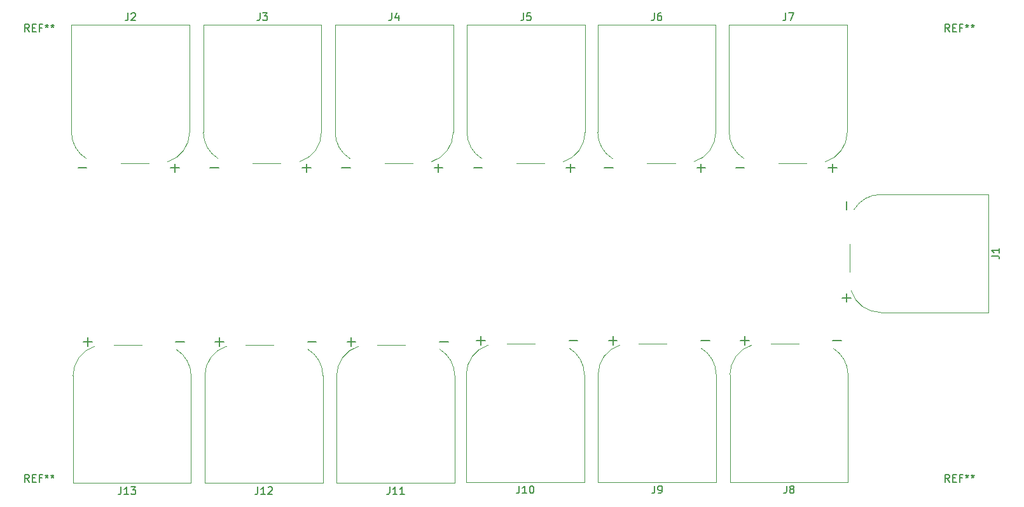
<source format=gbr>
%TF.GenerationSoftware,KiCad,Pcbnew,8.0.6*%
%TF.CreationDate,2025-03-13T21:17:34-04:00*%
%TF.ProjectId,XT60ConnectorBoard,58543630-436f-46e6-9e65-63746f72426f,rev?*%
%TF.SameCoordinates,Original*%
%TF.FileFunction,Legend,Top*%
%TF.FilePolarity,Positive*%
%FSLAX46Y46*%
G04 Gerber Fmt 4.6, Leading zero omitted, Abs format (unit mm)*
G04 Created by KiCad (PCBNEW 8.0.6) date 2025-03-13 21:17:34*
%MOMM*%
%LPD*%
G01*
G04 APERTURE LIST*
%ADD10C,0.150000*%
%ADD11C,0.120000*%
G04 APERTURE END LIST*
D10*
X71166666Y-54454819D02*
X70833333Y-53978628D01*
X70595238Y-54454819D02*
X70595238Y-53454819D01*
X70595238Y-53454819D02*
X70976190Y-53454819D01*
X70976190Y-53454819D02*
X71071428Y-53502438D01*
X71071428Y-53502438D02*
X71119047Y-53550057D01*
X71119047Y-53550057D02*
X71166666Y-53645295D01*
X71166666Y-53645295D02*
X71166666Y-53788152D01*
X71166666Y-53788152D02*
X71119047Y-53883390D01*
X71119047Y-53883390D02*
X71071428Y-53931009D01*
X71071428Y-53931009D02*
X70976190Y-53978628D01*
X70976190Y-53978628D02*
X70595238Y-53978628D01*
X71595238Y-53931009D02*
X71928571Y-53931009D01*
X72071428Y-54454819D02*
X71595238Y-54454819D01*
X71595238Y-54454819D02*
X71595238Y-53454819D01*
X71595238Y-53454819D02*
X72071428Y-53454819D01*
X72833333Y-53931009D02*
X72500000Y-53931009D01*
X72500000Y-54454819D02*
X72500000Y-53454819D01*
X72500000Y-53454819D02*
X72976190Y-53454819D01*
X73500000Y-53454819D02*
X73500000Y-53692914D01*
X73261905Y-53597676D02*
X73500000Y-53692914D01*
X73500000Y-53692914D02*
X73738095Y-53597676D01*
X73357143Y-53883390D02*
X73500000Y-53692914D01*
X73500000Y-53692914D02*
X73642857Y-53883390D01*
X74261905Y-53454819D02*
X74261905Y-53692914D01*
X74023810Y-53597676D02*
X74261905Y-53692914D01*
X74261905Y-53692914D02*
X74500000Y-53597676D01*
X74119048Y-53883390D02*
X74261905Y-53692914D01*
X74261905Y-53692914D02*
X74404762Y-53883390D01*
X101590476Y-115104819D02*
X101590476Y-115819104D01*
X101590476Y-115819104D02*
X101542857Y-115961961D01*
X101542857Y-115961961D02*
X101447619Y-116057200D01*
X101447619Y-116057200D02*
X101304762Y-116104819D01*
X101304762Y-116104819D02*
X101209524Y-116104819D01*
X102590476Y-116104819D02*
X102019048Y-116104819D01*
X102304762Y-116104819D02*
X102304762Y-115104819D01*
X102304762Y-115104819D02*
X102209524Y-115247676D01*
X102209524Y-115247676D02*
X102114286Y-115342914D01*
X102114286Y-115342914D02*
X102019048Y-115390533D01*
X102971429Y-115200057D02*
X103019048Y-115152438D01*
X103019048Y-115152438D02*
X103114286Y-115104819D01*
X103114286Y-115104819D02*
X103352381Y-115104819D01*
X103352381Y-115104819D02*
X103447619Y-115152438D01*
X103447619Y-115152438D02*
X103495238Y-115200057D01*
X103495238Y-115200057D02*
X103542857Y-115295295D01*
X103542857Y-115295295D02*
X103542857Y-115390533D01*
X103542857Y-115390533D02*
X103495238Y-115533390D01*
X103495238Y-115533390D02*
X102923810Y-116104819D01*
X102923810Y-116104819D02*
X103542857Y-116104819D01*
X108228571Y-95764700D02*
X109371429Y-95764700D01*
X95928571Y-95764700D02*
X97071429Y-95764700D01*
X96500000Y-96336128D02*
X96500000Y-95193271D01*
X193666666Y-114454819D02*
X193333333Y-113978628D01*
X193095238Y-114454819D02*
X193095238Y-113454819D01*
X193095238Y-113454819D02*
X193476190Y-113454819D01*
X193476190Y-113454819D02*
X193571428Y-113502438D01*
X193571428Y-113502438D02*
X193619047Y-113550057D01*
X193619047Y-113550057D02*
X193666666Y-113645295D01*
X193666666Y-113645295D02*
X193666666Y-113788152D01*
X193666666Y-113788152D02*
X193619047Y-113883390D01*
X193619047Y-113883390D02*
X193571428Y-113931009D01*
X193571428Y-113931009D02*
X193476190Y-113978628D01*
X193476190Y-113978628D02*
X193095238Y-113978628D01*
X194095238Y-113931009D02*
X194428571Y-113931009D01*
X194571428Y-114454819D02*
X194095238Y-114454819D01*
X194095238Y-114454819D02*
X194095238Y-113454819D01*
X194095238Y-113454819D02*
X194571428Y-113454819D01*
X195333333Y-113931009D02*
X195000000Y-113931009D01*
X195000000Y-114454819D02*
X195000000Y-113454819D01*
X195000000Y-113454819D02*
X195476190Y-113454819D01*
X196000000Y-113454819D02*
X196000000Y-113692914D01*
X195761905Y-113597676D02*
X196000000Y-113692914D01*
X196000000Y-113692914D02*
X196238095Y-113597676D01*
X195857143Y-113883390D02*
X196000000Y-113692914D01*
X196000000Y-113692914D02*
X196142857Y-113883390D01*
X196761905Y-113454819D02*
X196761905Y-113692914D01*
X196523810Y-113597676D02*
X196761905Y-113692914D01*
X196761905Y-113692914D02*
X197000000Y-113597676D01*
X196619048Y-113883390D02*
X196761905Y-113692914D01*
X196761905Y-113692914D02*
X196904762Y-113883390D01*
X171966666Y-114954819D02*
X171966666Y-115669104D01*
X171966666Y-115669104D02*
X171919047Y-115811961D01*
X171919047Y-115811961D02*
X171823809Y-115907200D01*
X171823809Y-115907200D02*
X171680952Y-115954819D01*
X171680952Y-115954819D02*
X171585714Y-115954819D01*
X172585714Y-115383390D02*
X172490476Y-115335771D01*
X172490476Y-115335771D02*
X172442857Y-115288152D01*
X172442857Y-115288152D02*
X172395238Y-115192914D01*
X172395238Y-115192914D02*
X172395238Y-115145295D01*
X172395238Y-115145295D02*
X172442857Y-115050057D01*
X172442857Y-115050057D02*
X172490476Y-115002438D01*
X172490476Y-115002438D02*
X172585714Y-114954819D01*
X172585714Y-114954819D02*
X172776190Y-114954819D01*
X172776190Y-114954819D02*
X172871428Y-115002438D01*
X172871428Y-115002438D02*
X172919047Y-115050057D01*
X172919047Y-115050057D02*
X172966666Y-115145295D01*
X172966666Y-115145295D02*
X172966666Y-115192914D01*
X172966666Y-115192914D02*
X172919047Y-115288152D01*
X172919047Y-115288152D02*
X172871428Y-115335771D01*
X172871428Y-115335771D02*
X172776190Y-115383390D01*
X172776190Y-115383390D02*
X172585714Y-115383390D01*
X172585714Y-115383390D02*
X172490476Y-115431009D01*
X172490476Y-115431009D02*
X172442857Y-115478628D01*
X172442857Y-115478628D02*
X172395238Y-115573866D01*
X172395238Y-115573866D02*
X172395238Y-115764342D01*
X172395238Y-115764342D02*
X172442857Y-115859580D01*
X172442857Y-115859580D02*
X172490476Y-115907200D01*
X172490476Y-115907200D02*
X172585714Y-115954819D01*
X172585714Y-115954819D02*
X172776190Y-115954819D01*
X172776190Y-115954819D02*
X172871428Y-115907200D01*
X172871428Y-115907200D02*
X172919047Y-115859580D01*
X172919047Y-115859580D02*
X172966666Y-115764342D01*
X172966666Y-115764342D02*
X172966666Y-115573866D01*
X172966666Y-115573866D02*
X172919047Y-115478628D01*
X172919047Y-115478628D02*
X172871428Y-115431009D01*
X172871428Y-115431009D02*
X172776190Y-115383390D01*
X178128571Y-95614700D02*
X179271429Y-95614700D01*
X165828571Y-95614700D02*
X166971429Y-95614700D01*
X166400000Y-96186128D02*
X166400000Y-95043271D01*
X199304819Y-84333333D02*
X200019104Y-84333333D01*
X200019104Y-84333333D02*
X200161961Y-84380952D01*
X200161961Y-84380952D02*
X200257200Y-84476190D01*
X200257200Y-84476190D02*
X200304819Y-84619047D01*
X200304819Y-84619047D02*
X200304819Y-84714285D01*
X200304819Y-83333333D02*
X200304819Y-83904761D01*
X200304819Y-83619047D02*
X199304819Y-83619047D01*
X199304819Y-83619047D02*
X199447676Y-83714285D01*
X199447676Y-83714285D02*
X199542914Y-83809523D01*
X199542914Y-83809523D02*
X199590533Y-83904761D01*
X179964700Y-90471428D02*
X179964700Y-89328571D01*
X180536128Y-89899999D02*
X179393271Y-89899999D01*
X179964700Y-78171428D02*
X179964700Y-77028571D01*
X83390476Y-115104819D02*
X83390476Y-115819104D01*
X83390476Y-115819104D02*
X83342857Y-115961961D01*
X83342857Y-115961961D02*
X83247619Y-116057200D01*
X83247619Y-116057200D02*
X83104762Y-116104819D01*
X83104762Y-116104819D02*
X83009524Y-116104819D01*
X84390476Y-116104819D02*
X83819048Y-116104819D01*
X84104762Y-116104819D02*
X84104762Y-115104819D01*
X84104762Y-115104819D02*
X84009524Y-115247676D01*
X84009524Y-115247676D02*
X83914286Y-115342914D01*
X83914286Y-115342914D02*
X83819048Y-115390533D01*
X84723810Y-115104819D02*
X85342857Y-115104819D01*
X85342857Y-115104819D02*
X85009524Y-115485771D01*
X85009524Y-115485771D02*
X85152381Y-115485771D01*
X85152381Y-115485771D02*
X85247619Y-115533390D01*
X85247619Y-115533390D02*
X85295238Y-115581009D01*
X85295238Y-115581009D02*
X85342857Y-115676247D01*
X85342857Y-115676247D02*
X85342857Y-115914342D01*
X85342857Y-115914342D02*
X85295238Y-116009580D01*
X85295238Y-116009580D02*
X85247619Y-116057200D01*
X85247619Y-116057200D02*
X85152381Y-116104819D01*
X85152381Y-116104819D02*
X84866667Y-116104819D01*
X84866667Y-116104819D02*
X84771429Y-116057200D01*
X84771429Y-116057200D02*
X84723810Y-116009580D01*
X90678571Y-95764700D02*
X91821429Y-95764700D01*
X78378571Y-95764700D02*
X79521429Y-95764700D01*
X78950000Y-96336128D02*
X78950000Y-95193271D01*
X71166666Y-114454819D02*
X70833333Y-113978628D01*
X70595238Y-114454819D02*
X70595238Y-113454819D01*
X70595238Y-113454819D02*
X70976190Y-113454819D01*
X70976190Y-113454819D02*
X71071428Y-113502438D01*
X71071428Y-113502438D02*
X71119047Y-113550057D01*
X71119047Y-113550057D02*
X71166666Y-113645295D01*
X71166666Y-113645295D02*
X71166666Y-113788152D01*
X71166666Y-113788152D02*
X71119047Y-113883390D01*
X71119047Y-113883390D02*
X71071428Y-113931009D01*
X71071428Y-113931009D02*
X70976190Y-113978628D01*
X70976190Y-113978628D02*
X70595238Y-113978628D01*
X71595238Y-113931009D02*
X71928571Y-113931009D01*
X72071428Y-114454819D02*
X71595238Y-114454819D01*
X71595238Y-114454819D02*
X71595238Y-113454819D01*
X71595238Y-113454819D02*
X72071428Y-113454819D01*
X72833333Y-113931009D02*
X72500000Y-113931009D01*
X72500000Y-114454819D02*
X72500000Y-113454819D01*
X72500000Y-113454819D02*
X72976190Y-113454819D01*
X73500000Y-113454819D02*
X73500000Y-113692914D01*
X73261905Y-113597676D02*
X73500000Y-113692914D01*
X73500000Y-113692914D02*
X73738095Y-113597676D01*
X73357143Y-113883390D02*
X73500000Y-113692914D01*
X73500000Y-113692914D02*
X73642857Y-113883390D01*
X74261905Y-113454819D02*
X74261905Y-113692914D01*
X74023810Y-113597676D02*
X74261905Y-113692914D01*
X74261905Y-113692914D02*
X74500000Y-113597676D01*
X74119048Y-113883390D02*
X74261905Y-113692914D01*
X74261905Y-113692914D02*
X74404762Y-113883390D01*
X154416666Y-114954819D02*
X154416666Y-115669104D01*
X154416666Y-115669104D02*
X154369047Y-115811961D01*
X154369047Y-115811961D02*
X154273809Y-115907200D01*
X154273809Y-115907200D02*
X154130952Y-115954819D01*
X154130952Y-115954819D02*
X154035714Y-115954819D01*
X154940476Y-115954819D02*
X155130952Y-115954819D01*
X155130952Y-115954819D02*
X155226190Y-115907200D01*
X155226190Y-115907200D02*
X155273809Y-115859580D01*
X155273809Y-115859580D02*
X155369047Y-115716723D01*
X155369047Y-115716723D02*
X155416666Y-115526247D01*
X155416666Y-115526247D02*
X155416666Y-115145295D01*
X155416666Y-115145295D02*
X155369047Y-115050057D01*
X155369047Y-115050057D02*
X155321428Y-115002438D01*
X155321428Y-115002438D02*
X155226190Y-114954819D01*
X155226190Y-114954819D02*
X155035714Y-114954819D01*
X155035714Y-114954819D02*
X154940476Y-115002438D01*
X154940476Y-115002438D02*
X154892857Y-115050057D01*
X154892857Y-115050057D02*
X154845238Y-115145295D01*
X154845238Y-115145295D02*
X154845238Y-115383390D01*
X154845238Y-115383390D02*
X154892857Y-115478628D01*
X154892857Y-115478628D02*
X154940476Y-115526247D01*
X154940476Y-115526247D02*
X155035714Y-115573866D01*
X155035714Y-115573866D02*
X155226190Y-115573866D01*
X155226190Y-115573866D02*
X155321428Y-115526247D01*
X155321428Y-115526247D02*
X155369047Y-115478628D01*
X155369047Y-115478628D02*
X155416666Y-115383390D01*
X160578571Y-95614700D02*
X161721429Y-95614700D01*
X148278571Y-95614700D02*
X149421429Y-95614700D01*
X148850000Y-96186128D02*
X148850000Y-95043271D01*
X84316666Y-51954819D02*
X84316666Y-52669104D01*
X84316666Y-52669104D02*
X84269047Y-52811961D01*
X84269047Y-52811961D02*
X84173809Y-52907200D01*
X84173809Y-52907200D02*
X84030952Y-52954819D01*
X84030952Y-52954819D02*
X83935714Y-52954819D01*
X84745238Y-52050057D02*
X84792857Y-52002438D01*
X84792857Y-52002438D02*
X84888095Y-51954819D01*
X84888095Y-51954819D02*
X85126190Y-51954819D01*
X85126190Y-51954819D02*
X85221428Y-52002438D01*
X85221428Y-52002438D02*
X85269047Y-52050057D01*
X85269047Y-52050057D02*
X85316666Y-52145295D01*
X85316666Y-52145295D02*
X85316666Y-52240533D01*
X85316666Y-52240533D02*
X85269047Y-52383390D01*
X85269047Y-52383390D02*
X84697619Y-52954819D01*
X84697619Y-52954819D02*
X85316666Y-52954819D01*
X77678571Y-72614700D02*
X78821429Y-72614700D01*
X89978571Y-72614700D02*
X91121429Y-72614700D01*
X90550000Y-73186128D02*
X90550000Y-72043271D01*
X154366666Y-51954819D02*
X154366666Y-52669104D01*
X154366666Y-52669104D02*
X154319047Y-52811961D01*
X154319047Y-52811961D02*
X154223809Y-52907200D01*
X154223809Y-52907200D02*
X154080952Y-52954819D01*
X154080952Y-52954819D02*
X153985714Y-52954819D01*
X155271428Y-51954819D02*
X155080952Y-51954819D01*
X155080952Y-51954819D02*
X154985714Y-52002438D01*
X154985714Y-52002438D02*
X154938095Y-52050057D01*
X154938095Y-52050057D02*
X154842857Y-52192914D01*
X154842857Y-52192914D02*
X154795238Y-52383390D01*
X154795238Y-52383390D02*
X154795238Y-52764342D01*
X154795238Y-52764342D02*
X154842857Y-52859580D01*
X154842857Y-52859580D02*
X154890476Y-52907200D01*
X154890476Y-52907200D02*
X154985714Y-52954819D01*
X154985714Y-52954819D02*
X155176190Y-52954819D01*
X155176190Y-52954819D02*
X155271428Y-52907200D01*
X155271428Y-52907200D02*
X155319047Y-52859580D01*
X155319047Y-52859580D02*
X155366666Y-52764342D01*
X155366666Y-52764342D02*
X155366666Y-52526247D01*
X155366666Y-52526247D02*
X155319047Y-52431009D01*
X155319047Y-52431009D02*
X155271428Y-52383390D01*
X155271428Y-52383390D02*
X155176190Y-52335771D01*
X155176190Y-52335771D02*
X154985714Y-52335771D01*
X154985714Y-52335771D02*
X154890476Y-52383390D01*
X154890476Y-52383390D02*
X154842857Y-52431009D01*
X154842857Y-52431009D02*
X154795238Y-52526247D01*
X147728571Y-72614700D02*
X148871429Y-72614700D01*
X160028571Y-72614700D02*
X161171429Y-72614700D01*
X160600000Y-73186128D02*
X160600000Y-72043271D01*
X136390476Y-114954819D02*
X136390476Y-115669104D01*
X136390476Y-115669104D02*
X136342857Y-115811961D01*
X136342857Y-115811961D02*
X136247619Y-115907200D01*
X136247619Y-115907200D02*
X136104762Y-115954819D01*
X136104762Y-115954819D02*
X136009524Y-115954819D01*
X137390476Y-115954819D02*
X136819048Y-115954819D01*
X137104762Y-115954819D02*
X137104762Y-114954819D01*
X137104762Y-114954819D02*
X137009524Y-115097676D01*
X137009524Y-115097676D02*
X136914286Y-115192914D01*
X136914286Y-115192914D02*
X136819048Y-115240533D01*
X138009524Y-114954819D02*
X138104762Y-114954819D01*
X138104762Y-114954819D02*
X138200000Y-115002438D01*
X138200000Y-115002438D02*
X138247619Y-115050057D01*
X138247619Y-115050057D02*
X138295238Y-115145295D01*
X138295238Y-115145295D02*
X138342857Y-115335771D01*
X138342857Y-115335771D02*
X138342857Y-115573866D01*
X138342857Y-115573866D02*
X138295238Y-115764342D01*
X138295238Y-115764342D02*
X138247619Y-115859580D01*
X138247619Y-115859580D02*
X138200000Y-115907200D01*
X138200000Y-115907200D02*
X138104762Y-115954819D01*
X138104762Y-115954819D02*
X138009524Y-115954819D01*
X138009524Y-115954819D02*
X137914286Y-115907200D01*
X137914286Y-115907200D02*
X137866667Y-115859580D01*
X137866667Y-115859580D02*
X137819048Y-115764342D01*
X137819048Y-115764342D02*
X137771429Y-115573866D01*
X137771429Y-115573866D02*
X137771429Y-115335771D01*
X137771429Y-115335771D02*
X137819048Y-115145295D01*
X137819048Y-115145295D02*
X137866667Y-115050057D01*
X137866667Y-115050057D02*
X137914286Y-115002438D01*
X137914286Y-115002438D02*
X138009524Y-114954819D01*
X143028571Y-95614700D02*
X144171429Y-95614700D01*
X130728571Y-95614700D02*
X131871429Y-95614700D01*
X131300000Y-96186128D02*
X131300000Y-95043271D01*
X136966666Y-51954819D02*
X136966666Y-52669104D01*
X136966666Y-52669104D02*
X136919047Y-52811961D01*
X136919047Y-52811961D02*
X136823809Y-52907200D01*
X136823809Y-52907200D02*
X136680952Y-52954819D01*
X136680952Y-52954819D02*
X136585714Y-52954819D01*
X137919047Y-51954819D02*
X137442857Y-51954819D01*
X137442857Y-51954819D02*
X137395238Y-52431009D01*
X137395238Y-52431009D02*
X137442857Y-52383390D01*
X137442857Y-52383390D02*
X137538095Y-52335771D01*
X137538095Y-52335771D02*
X137776190Y-52335771D01*
X137776190Y-52335771D02*
X137871428Y-52383390D01*
X137871428Y-52383390D02*
X137919047Y-52431009D01*
X137919047Y-52431009D02*
X137966666Y-52526247D01*
X137966666Y-52526247D02*
X137966666Y-52764342D01*
X137966666Y-52764342D02*
X137919047Y-52859580D01*
X137919047Y-52859580D02*
X137871428Y-52907200D01*
X137871428Y-52907200D02*
X137776190Y-52954819D01*
X137776190Y-52954819D02*
X137538095Y-52954819D01*
X137538095Y-52954819D02*
X137442857Y-52907200D01*
X137442857Y-52907200D02*
X137395238Y-52859580D01*
X142628571Y-72614700D02*
X143771429Y-72614700D01*
X143200000Y-73186128D02*
X143200000Y-72043271D01*
X130328571Y-72614700D02*
X131471429Y-72614700D01*
X171866666Y-51954819D02*
X171866666Y-52669104D01*
X171866666Y-52669104D02*
X171819047Y-52811961D01*
X171819047Y-52811961D02*
X171723809Y-52907200D01*
X171723809Y-52907200D02*
X171580952Y-52954819D01*
X171580952Y-52954819D02*
X171485714Y-52954819D01*
X172247619Y-51954819D02*
X172914285Y-51954819D01*
X172914285Y-51954819D02*
X172485714Y-52954819D01*
X165228571Y-72614700D02*
X166371429Y-72614700D01*
X177528571Y-72614700D02*
X178671429Y-72614700D01*
X178100000Y-73186128D02*
X178100000Y-72043271D01*
X119140476Y-115104819D02*
X119140476Y-115819104D01*
X119140476Y-115819104D02*
X119092857Y-115961961D01*
X119092857Y-115961961D02*
X118997619Y-116057200D01*
X118997619Y-116057200D02*
X118854762Y-116104819D01*
X118854762Y-116104819D02*
X118759524Y-116104819D01*
X120140476Y-116104819D02*
X119569048Y-116104819D01*
X119854762Y-116104819D02*
X119854762Y-115104819D01*
X119854762Y-115104819D02*
X119759524Y-115247676D01*
X119759524Y-115247676D02*
X119664286Y-115342914D01*
X119664286Y-115342914D02*
X119569048Y-115390533D01*
X121092857Y-116104819D02*
X120521429Y-116104819D01*
X120807143Y-116104819D02*
X120807143Y-115104819D01*
X120807143Y-115104819D02*
X120711905Y-115247676D01*
X120711905Y-115247676D02*
X120616667Y-115342914D01*
X120616667Y-115342914D02*
X120521429Y-115390533D01*
X113478571Y-95764700D02*
X114621429Y-95764700D01*
X114050000Y-96336128D02*
X114050000Y-95193271D01*
X125778571Y-95764700D02*
X126921429Y-95764700D01*
X119416666Y-51954819D02*
X119416666Y-52669104D01*
X119416666Y-52669104D02*
X119369047Y-52811961D01*
X119369047Y-52811961D02*
X119273809Y-52907200D01*
X119273809Y-52907200D02*
X119130952Y-52954819D01*
X119130952Y-52954819D02*
X119035714Y-52954819D01*
X120321428Y-52288152D02*
X120321428Y-52954819D01*
X120083333Y-51907200D02*
X119845238Y-52621485D01*
X119845238Y-52621485D02*
X120464285Y-52621485D01*
X112778571Y-72614700D02*
X113921429Y-72614700D01*
X125078571Y-72614700D02*
X126221429Y-72614700D01*
X125650000Y-73186128D02*
X125650000Y-72043271D01*
X193666666Y-54454819D02*
X193333333Y-53978628D01*
X193095238Y-54454819D02*
X193095238Y-53454819D01*
X193095238Y-53454819D02*
X193476190Y-53454819D01*
X193476190Y-53454819D02*
X193571428Y-53502438D01*
X193571428Y-53502438D02*
X193619047Y-53550057D01*
X193619047Y-53550057D02*
X193666666Y-53645295D01*
X193666666Y-53645295D02*
X193666666Y-53788152D01*
X193666666Y-53788152D02*
X193619047Y-53883390D01*
X193619047Y-53883390D02*
X193571428Y-53931009D01*
X193571428Y-53931009D02*
X193476190Y-53978628D01*
X193476190Y-53978628D02*
X193095238Y-53978628D01*
X194095238Y-53931009D02*
X194428571Y-53931009D01*
X194571428Y-54454819D02*
X194095238Y-54454819D01*
X194095238Y-54454819D02*
X194095238Y-53454819D01*
X194095238Y-53454819D02*
X194571428Y-53454819D01*
X195333333Y-53931009D02*
X195000000Y-53931009D01*
X195000000Y-54454819D02*
X195000000Y-53454819D01*
X195000000Y-53454819D02*
X195476190Y-53454819D01*
X196000000Y-53454819D02*
X196000000Y-53692914D01*
X195761905Y-53597676D02*
X196000000Y-53692914D01*
X196000000Y-53692914D02*
X196238095Y-53597676D01*
X195857143Y-53883390D02*
X196000000Y-53692914D01*
X196000000Y-53692914D02*
X196142857Y-53883390D01*
X196761905Y-53454819D02*
X196761905Y-53692914D01*
X196523810Y-53597676D02*
X196761905Y-53692914D01*
X196761905Y-53692914D02*
X197000000Y-53597676D01*
X196619048Y-53883390D02*
X196761905Y-53692914D01*
X196761905Y-53692914D02*
X196904762Y-53883390D01*
X101866666Y-51954819D02*
X101866666Y-52669104D01*
X101866666Y-52669104D02*
X101819047Y-52811961D01*
X101819047Y-52811961D02*
X101723809Y-52907200D01*
X101723809Y-52907200D02*
X101580952Y-52954819D01*
X101580952Y-52954819D02*
X101485714Y-52954819D01*
X102247619Y-51954819D02*
X102866666Y-51954819D01*
X102866666Y-51954819D02*
X102533333Y-52335771D01*
X102533333Y-52335771D02*
X102676190Y-52335771D01*
X102676190Y-52335771D02*
X102771428Y-52383390D01*
X102771428Y-52383390D02*
X102819047Y-52431009D01*
X102819047Y-52431009D02*
X102866666Y-52526247D01*
X102866666Y-52526247D02*
X102866666Y-52764342D01*
X102866666Y-52764342D02*
X102819047Y-52859580D01*
X102819047Y-52859580D02*
X102771428Y-52907200D01*
X102771428Y-52907200D02*
X102676190Y-52954819D01*
X102676190Y-52954819D02*
X102390476Y-52954819D01*
X102390476Y-52954819D02*
X102295238Y-52907200D01*
X102295238Y-52907200D02*
X102247619Y-52859580D01*
X95228571Y-72614700D02*
X96371429Y-72614700D01*
X107528571Y-72614700D02*
X108671429Y-72614700D01*
X108100000Y-73186128D02*
X108100000Y-72043271D01*
D11*
%TO.C,J12*%
X94540000Y-114610000D02*
X94540000Y-100300000D01*
X103690000Y-96190000D02*
X99950000Y-96190000D01*
X110260000Y-114610000D02*
X94540000Y-114610000D01*
X110260000Y-114610000D02*
X110260000Y-100300000D01*
X94540000Y-100300000D02*
G75*
G02*
X97448352Y-96369587I4110000J0D01*
G01*
X108266806Y-96777042D02*
G75*
G02*
X110260000Y-100300000I-2116805J-3522957D01*
G01*
%TO.C,J8*%
X164440000Y-114460000D02*
X164440000Y-100150000D01*
X173590000Y-96040000D02*
X169850000Y-96040000D01*
X180160000Y-114460000D02*
X164440000Y-114460000D01*
X180160000Y-114460000D02*
X180160000Y-100150000D01*
X164440000Y-100150000D02*
G75*
G02*
X167348352Y-96219587I4110000J0D01*
G01*
X178166806Y-96627042D02*
G75*
G02*
X180160000Y-100150000I-2116805J-3522957D01*
G01*
%TO.C,J1*%
X180390000Y-82710000D02*
X180390000Y-86450000D01*
X198810000Y-76140000D02*
X184500000Y-76140000D01*
X198810000Y-76140000D02*
X198810000Y-91860000D01*
X198810000Y-91860000D02*
X184500000Y-91860000D01*
X180977042Y-78133194D02*
G75*
G02*
X184500000Y-76140000I3522957J-2116805D01*
G01*
X184500000Y-91860000D02*
G75*
G02*
X180569587Y-88951648I0J4110000D01*
G01*
%TO.C,J13*%
X76990000Y-114610000D02*
X76990000Y-100300000D01*
X86140000Y-96190000D02*
X82400000Y-96190000D01*
X92710000Y-114610000D02*
X76990000Y-114610000D01*
X92710000Y-114610000D02*
X92710000Y-100300000D01*
X76990000Y-100300000D02*
G75*
G02*
X79898352Y-96369587I4110000J0D01*
G01*
X90716806Y-96777042D02*
G75*
G02*
X92710000Y-100300000I-2116805J-3522957D01*
G01*
%TO.C,J9*%
X146890000Y-114460000D02*
X146890000Y-100150000D01*
X156040000Y-96040000D02*
X152300000Y-96040000D01*
X162610000Y-114460000D02*
X146890000Y-114460000D01*
X162610000Y-114460000D02*
X162610000Y-100150000D01*
X146890000Y-100150000D02*
G75*
G02*
X149798352Y-96219587I4110000J0D01*
G01*
X160616806Y-96627042D02*
G75*
G02*
X162610000Y-100150000I-2116805J-3522957D01*
G01*
%TO.C,J2*%
X76790000Y-53540000D02*
X76790000Y-67850000D01*
X76790000Y-53540000D02*
X92510000Y-53540000D01*
X83360000Y-71960000D02*
X87100000Y-71960000D01*
X92510000Y-53540000D02*
X92510000Y-67850000D01*
X78783194Y-71372958D02*
G75*
G02*
X76790000Y-67850000I2116805J3522957D01*
G01*
X92510000Y-67850000D02*
G75*
G02*
X89601648Y-71780413I-4110000J0D01*
G01*
%TO.C,J6*%
X146840000Y-53540000D02*
X146840000Y-67850000D01*
X146840000Y-53540000D02*
X162560000Y-53540000D01*
X153410000Y-71960000D02*
X157150000Y-71960000D01*
X162560000Y-53540000D02*
X162560000Y-67850000D01*
X148833194Y-71372958D02*
G75*
G02*
X146840000Y-67850000I2116805J3522957D01*
G01*
X162560000Y-67850000D02*
G75*
G02*
X159651648Y-71780413I-4110000J0D01*
G01*
%TO.C,J10*%
X129340000Y-114460000D02*
X129340000Y-100150000D01*
X138490000Y-96040000D02*
X134750000Y-96040000D01*
X145060000Y-114460000D02*
X129340000Y-114460000D01*
X145060000Y-114460000D02*
X145060000Y-100150000D01*
X129340000Y-100150000D02*
G75*
G02*
X132248352Y-96219587I4110000J0D01*
G01*
X143066806Y-96627042D02*
G75*
G02*
X145060000Y-100150000I-2116805J-3522957D01*
G01*
%TO.C,J5*%
X129440000Y-53540000D02*
X129440000Y-67850000D01*
X129440000Y-53540000D02*
X145160000Y-53540000D01*
X136010000Y-71960000D02*
X139750000Y-71960000D01*
X145160000Y-53540000D02*
X145160000Y-67850000D01*
X131433194Y-71372958D02*
G75*
G02*
X129440000Y-67850000I2116805J3522957D01*
G01*
X145160000Y-67850000D02*
G75*
G02*
X142251648Y-71780413I-4110000J0D01*
G01*
%TO.C,J7*%
X164340000Y-53540000D02*
X164340000Y-67850000D01*
X164340000Y-53540000D02*
X180060000Y-53540000D01*
X170910000Y-71960000D02*
X174650000Y-71960000D01*
X180060000Y-53540000D02*
X180060000Y-67850000D01*
X166333194Y-71372958D02*
G75*
G02*
X164340000Y-67850000I2116805J3522957D01*
G01*
X180060000Y-67850000D02*
G75*
G02*
X177151648Y-71780413I-4110000J0D01*
G01*
%TO.C,J11*%
X112090000Y-114610000D02*
X112090000Y-100300000D01*
X121240000Y-96190000D02*
X117500000Y-96190000D01*
X127810000Y-114610000D02*
X112090000Y-114610000D01*
X127810000Y-114610000D02*
X127810000Y-100300000D01*
X112090000Y-100300000D02*
G75*
G02*
X114998352Y-96369587I4110000J0D01*
G01*
X125816806Y-96777042D02*
G75*
G02*
X127810000Y-100300000I-2116805J-3522957D01*
G01*
%TO.C,J4*%
X111890000Y-53540000D02*
X111890000Y-67850000D01*
X111890000Y-53540000D02*
X127610000Y-53540000D01*
X118460000Y-71960000D02*
X122200000Y-71960000D01*
X127610000Y-53540000D02*
X127610000Y-67850000D01*
X113883194Y-71372958D02*
G75*
G02*
X111890000Y-67850000I2116805J3522957D01*
G01*
X127610000Y-67850000D02*
G75*
G02*
X124701648Y-71780413I-4110000J0D01*
G01*
%TO.C,J3*%
X94340000Y-53540000D02*
X94340000Y-67850000D01*
X94340000Y-53540000D02*
X110060000Y-53540000D01*
X100910000Y-71960000D02*
X104650000Y-71960000D01*
X110060000Y-53540000D02*
X110060000Y-67850000D01*
X96333194Y-71372958D02*
G75*
G02*
X94340000Y-67850000I2116805J3522957D01*
G01*
X110060000Y-67850000D02*
G75*
G02*
X107151648Y-71780413I-4110000J0D01*
G01*
%TD*%
M02*

</source>
